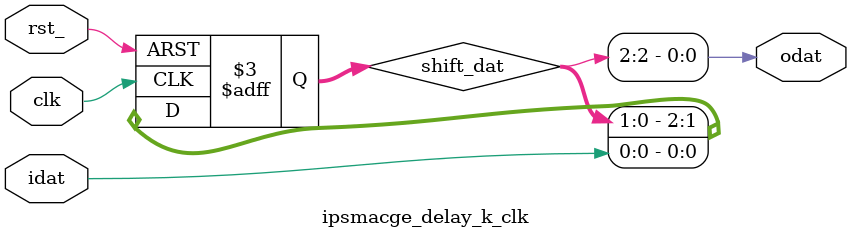
<source format=v>

module ipsmacge_delay_k_clk
    (
     clk,
     rst_,
     idat,
     odat
     );

////////////////////////////////////////////////////////////////////////////////
// Parameter declarations
parameter K = 3;    //delay 3 clock cycle

////////////////////////////////////////////////////////////////////////////////
// Port declarations
input              clk,
                   rst_;
input              idat;
output             odat;
  
////////////////////////////////////////////////////////////////////////////////
// Output declarations
wire               odat;

////////////////////////////////////////////////////////////////////////////////
// Local logic and instantiation
reg [K-1:0] shift_dat;

always @ (posedge clk or negedge rst_)
    begin
    if(!rst_)    
        shift_dat <= {K{1'b0}};
    else        
        shift_dat <= {shift_dat[K-2:0],idat};
    end
assign odat = shift_dat[K-1];

endmodule 

</source>
